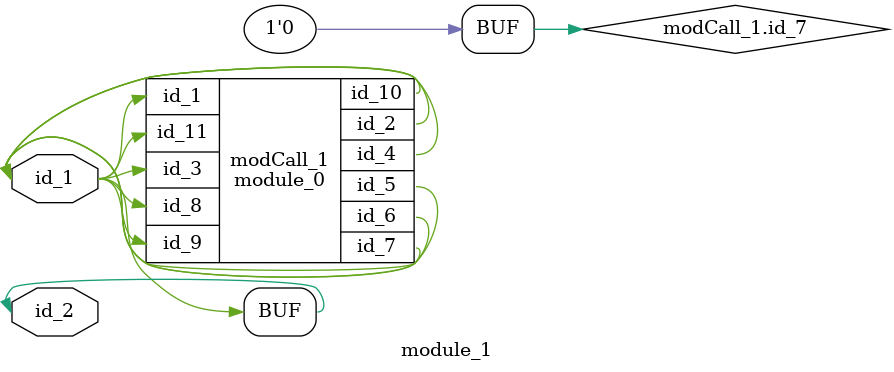
<source format=v>
module module_0 (
    id_1,
    id_2,
    id_3,
    id_4,
    id_5,
    id_6,
    id_7,
    id_8,
    id_9,
    id_10,
    id_11
);
  input wire id_11;
  output wire id_10;
  input wire id_9;
  input wire id_8;
  inout wire id_7;
  output wire id_6;
  output wire id_5;
  output wire id_4;
  input wire id_3;
  output wire id_2;
  input wire id_1;
  assign id_7 = id_9 == -1;
  parameter id_12 = 1;
endmodule
module module_1 (
    id_1,
    id_2
);
  inout wire id_2;
  inout wire id_1;
  buf primCall (id_1, id_2);
  module_0 modCall_1 (
      id_2,
      id_1,
      id_1,
      id_2,
      id_2,
      id_1,
      id_2,
      id_2,
      id_2,
      id_2,
      id_1
  );
  assign modCall_1.id_7 = 0;
endmodule

</source>
